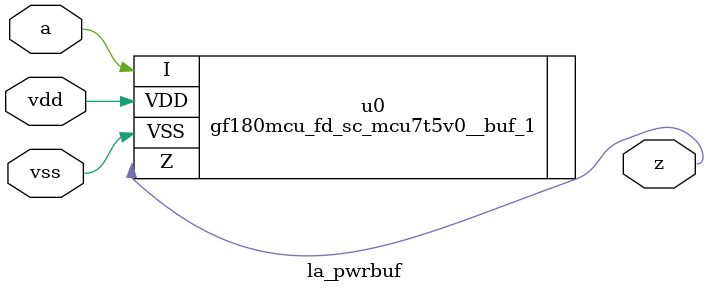
<source format=v>

module la_pwrbuf #(
    parameter PROP = "DEFAULT"
) (
    input  vdd,
    input  vss,
    input  a,
    output z
);

  // `ifdef SIM
  //    assign z = ((vdd === 1'b1) && (vss === 1'b0)) ? a : 1'bX;
  // `else
  //    assign z = a;
  // `endif

  gf180mcu_fd_sc_mcu7t5v0__buf_1 u0 (
      .I  (a),
      .Z  (z),
      .VSS(vss),
      .VDD(vdd)
  );

endmodule

</source>
